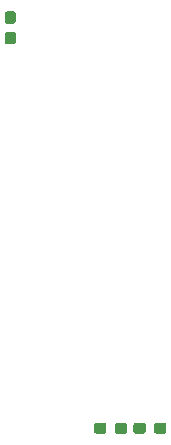
<source format=gbr>
G04 #@! TF.GenerationSoftware,KiCad,Pcbnew,(5.0.2)-1*
G04 #@! TF.CreationDate,2019-02-28T21:58:43-06:00*
G04 #@! TF.ProjectId,ATMEGABootloader_Hardware,41544d45-4741-4426-9f6f-746c6f616465,rev?*
G04 #@! TF.SameCoordinates,Original*
G04 #@! TF.FileFunction,Paste,Top*
G04 #@! TF.FilePolarity,Positive*
%FSLAX46Y46*%
G04 Gerber Fmt 4.6, Leading zero omitted, Abs format (unit mm)*
G04 Created by KiCad (PCBNEW (5.0.2)-1) date 2/28/2019 9:58:43 PM*
%MOMM*%
%LPD*%
G01*
G04 APERTURE LIST*
%ADD10C,0.100000*%
%ADD11C,0.950000*%
G04 APERTURE END LIST*
D10*
G04 #@! TO.C,C1*
G36*
X182400779Y-113826144D02*
X182423834Y-113829563D01*
X182446443Y-113835227D01*
X182468387Y-113843079D01*
X182489457Y-113853044D01*
X182509448Y-113865026D01*
X182528168Y-113878910D01*
X182545438Y-113894562D01*
X182561090Y-113911832D01*
X182574974Y-113930552D01*
X182586956Y-113950543D01*
X182596921Y-113971613D01*
X182604773Y-113993557D01*
X182610437Y-114016166D01*
X182613856Y-114039221D01*
X182615000Y-114062500D01*
X182615000Y-114537500D01*
X182613856Y-114560779D01*
X182610437Y-114583834D01*
X182604773Y-114606443D01*
X182596921Y-114628387D01*
X182586956Y-114649457D01*
X182574974Y-114669448D01*
X182561090Y-114688168D01*
X182545438Y-114705438D01*
X182528168Y-114721090D01*
X182509448Y-114734974D01*
X182489457Y-114746956D01*
X182468387Y-114756921D01*
X182446443Y-114764773D01*
X182423834Y-114770437D01*
X182400779Y-114773856D01*
X182377500Y-114775000D01*
X181802500Y-114775000D01*
X181779221Y-114773856D01*
X181756166Y-114770437D01*
X181733557Y-114764773D01*
X181711613Y-114756921D01*
X181690543Y-114746956D01*
X181670552Y-114734974D01*
X181651832Y-114721090D01*
X181634562Y-114705438D01*
X181618910Y-114688168D01*
X181605026Y-114669448D01*
X181593044Y-114649457D01*
X181583079Y-114628387D01*
X181575227Y-114606443D01*
X181569563Y-114583834D01*
X181566144Y-114560779D01*
X181565000Y-114537500D01*
X181565000Y-114062500D01*
X181566144Y-114039221D01*
X181569563Y-114016166D01*
X181575227Y-113993557D01*
X181583079Y-113971613D01*
X181593044Y-113950543D01*
X181605026Y-113930552D01*
X181618910Y-113911832D01*
X181634562Y-113894562D01*
X181651832Y-113878910D01*
X181670552Y-113865026D01*
X181690543Y-113853044D01*
X181711613Y-113843079D01*
X181733557Y-113835227D01*
X181756166Y-113829563D01*
X181779221Y-113826144D01*
X181802500Y-113825000D01*
X182377500Y-113825000D01*
X182400779Y-113826144D01*
X182400779Y-113826144D01*
G37*
D11*
X182090000Y-114300000D03*
D10*
G36*
X180650779Y-113826144D02*
X180673834Y-113829563D01*
X180696443Y-113835227D01*
X180718387Y-113843079D01*
X180739457Y-113853044D01*
X180759448Y-113865026D01*
X180778168Y-113878910D01*
X180795438Y-113894562D01*
X180811090Y-113911832D01*
X180824974Y-113930552D01*
X180836956Y-113950543D01*
X180846921Y-113971613D01*
X180854773Y-113993557D01*
X180860437Y-114016166D01*
X180863856Y-114039221D01*
X180865000Y-114062500D01*
X180865000Y-114537500D01*
X180863856Y-114560779D01*
X180860437Y-114583834D01*
X180854773Y-114606443D01*
X180846921Y-114628387D01*
X180836956Y-114649457D01*
X180824974Y-114669448D01*
X180811090Y-114688168D01*
X180795438Y-114705438D01*
X180778168Y-114721090D01*
X180759448Y-114734974D01*
X180739457Y-114746956D01*
X180718387Y-114756921D01*
X180696443Y-114764773D01*
X180673834Y-114770437D01*
X180650779Y-114773856D01*
X180627500Y-114775000D01*
X180052500Y-114775000D01*
X180029221Y-114773856D01*
X180006166Y-114770437D01*
X179983557Y-114764773D01*
X179961613Y-114756921D01*
X179940543Y-114746956D01*
X179920552Y-114734974D01*
X179901832Y-114721090D01*
X179884562Y-114705438D01*
X179868910Y-114688168D01*
X179855026Y-114669448D01*
X179843044Y-114649457D01*
X179833079Y-114628387D01*
X179825227Y-114606443D01*
X179819563Y-114583834D01*
X179816144Y-114560779D01*
X179815000Y-114537500D01*
X179815000Y-114062500D01*
X179816144Y-114039221D01*
X179819563Y-114016166D01*
X179825227Y-113993557D01*
X179833079Y-113971613D01*
X179843044Y-113950543D01*
X179855026Y-113930552D01*
X179868910Y-113911832D01*
X179884562Y-113894562D01*
X179901832Y-113878910D01*
X179920552Y-113865026D01*
X179940543Y-113853044D01*
X179961613Y-113843079D01*
X179983557Y-113835227D01*
X180006166Y-113829563D01*
X180029221Y-113826144D01*
X180052500Y-113825000D01*
X180627500Y-113825000D01*
X180650779Y-113826144D01*
X180650779Y-113826144D01*
G37*
D11*
X180340000Y-114300000D03*
G04 #@! TD*
D10*
G04 #@! TO.C,C2*
G36*
X185730779Y-113826144D02*
X185753834Y-113829563D01*
X185776443Y-113835227D01*
X185798387Y-113843079D01*
X185819457Y-113853044D01*
X185839448Y-113865026D01*
X185858168Y-113878910D01*
X185875438Y-113894562D01*
X185891090Y-113911832D01*
X185904974Y-113930552D01*
X185916956Y-113950543D01*
X185926921Y-113971613D01*
X185934773Y-113993557D01*
X185940437Y-114016166D01*
X185943856Y-114039221D01*
X185945000Y-114062500D01*
X185945000Y-114537500D01*
X185943856Y-114560779D01*
X185940437Y-114583834D01*
X185934773Y-114606443D01*
X185926921Y-114628387D01*
X185916956Y-114649457D01*
X185904974Y-114669448D01*
X185891090Y-114688168D01*
X185875438Y-114705438D01*
X185858168Y-114721090D01*
X185839448Y-114734974D01*
X185819457Y-114746956D01*
X185798387Y-114756921D01*
X185776443Y-114764773D01*
X185753834Y-114770437D01*
X185730779Y-114773856D01*
X185707500Y-114775000D01*
X185132500Y-114775000D01*
X185109221Y-114773856D01*
X185086166Y-114770437D01*
X185063557Y-114764773D01*
X185041613Y-114756921D01*
X185020543Y-114746956D01*
X185000552Y-114734974D01*
X184981832Y-114721090D01*
X184964562Y-114705438D01*
X184948910Y-114688168D01*
X184935026Y-114669448D01*
X184923044Y-114649457D01*
X184913079Y-114628387D01*
X184905227Y-114606443D01*
X184899563Y-114583834D01*
X184896144Y-114560779D01*
X184895000Y-114537500D01*
X184895000Y-114062500D01*
X184896144Y-114039221D01*
X184899563Y-114016166D01*
X184905227Y-113993557D01*
X184913079Y-113971613D01*
X184923044Y-113950543D01*
X184935026Y-113930552D01*
X184948910Y-113911832D01*
X184964562Y-113894562D01*
X184981832Y-113878910D01*
X185000552Y-113865026D01*
X185020543Y-113853044D01*
X185041613Y-113843079D01*
X185063557Y-113835227D01*
X185086166Y-113829563D01*
X185109221Y-113826144D01*
X185132500Y-113825000D01*
X185707500Y-113825000D01*
X185730779Y-113826144D01*
X185730779Y-113826144D01*
G37*
D11*
X185420000Y-114300000D03*
D10*
G36*
X183980779Y-113826144D02*
X184003834Y-113829563D01*
X184026443Y-113835227D01*
X184048387Y-113843079D01*
X184069457Y-113853044D01*
X184089448Y-113865026D01*
X184108168Y-113878910D01*
X184125438Y-113894562D01*
X184141090Y-113911832D01*
X184154974Y-113930552D01*
X184166956Y-113950543D01*
X184176921Y-113971613D01*
X184184773Y-113993557D01*
X184190437Y-114016166D01*
X184193856Y-114039221D01*
X184195000Y-114062500D01*
X184195000Y-114537500D01*
X184193856Y-114560779D01*
X184190437Y-114583834D01*
X184184773Y-114606443D01*
X184176921Y-114628387D01*
X184166956Y-114649457D01*
X184154974Y-114669448D01*
X184141090Y-114688168D01*
X184125438Y-114705438D01*
X184108168Y-114721090D01*
X184089448Y-114734974D01*
X184069457Y-114746956D01*
X184048387Y-114756921D01*
X184026443Y-114764773D01*
X184003834Y-114770437D01*
X183980779Y-114773856D01*
X183957500Y-114775000D01*
X183382500Y-114775000D01*
X183359221Y-114773856D01*
X183336166Y-114770437D01*
X183313557Y-114764773D01*
X183291613Y-114756921D01*
X183270543Y-114746956D01*
X183250552Y-114734974D01*
X183231832Y-114721090D01*
X183214562Y-114705438D01*
X183198910Y-114688168D01*
X183185026Y-114669448D01*
X183173044Y-114649457D01*
X183163079Y-114628387D01*
X183155227Y-114606443D01*
X183149563Y-114583834D01*
X183146144Y-114560779D01*
X183145000Y-114537500D01*
X183145000Y-114062500D01*
X183146144Y-114039221D01*
X183149563Y-114016166D01*
X183155227Y-113993557D01*
X183163079Y-113971613D01*
X183173044Y-113950543D01*
X183185026Y-113930552D01*
X183198910Y-113911832D01*
X183214562Y-113894562D01*
X183231832Y-113878910D01*
X183250552Y-113865026D01*
X183270543Y-113853044D01*
X183291613Y-113843079D01*
X183313557Y-113835227D01*
X183336166Y-113829563D01*
X183359221Y-113826144D01*
X183382500Y-113825000D01*
X183957500Y-113825000D01*
X183980779Y-113826144D01*
X183980779Y-113826144D01*
G37*
D11*
X183670000Y-114300000D03*
G04 #@! TD*
D10*
G04 #@! TO.C,R1*
G36*
X172980779Y-80756144D02*
X173003834Y-80759563D01*
X173026443Y-80765227D01*
X173048387Y-80773079D01*
X173069457Y-80783044D01*
X173089448Y-80795026D01*
X173108168Y-80808910D01*
X173125438Y-80824562D01*
X173141090Y-80841832D01*
X173154974Y-80860552D01*
X173166956Y-80880543D01*
X173176921Y-80901613D01*
X173184773Y-80923557D01*
X173190437Y-80946166D01*
X173193856Y-80969221D01*
X173195000Y-80992500D01*
X173195000Y-81567500D01*
X173193856Y-81590779D01*
X173190437Y-81613834D01*
X173184773Y-81636443D01*
X173176921Y-81658387D01*
X173166956Y-81679457D01*
X173154974Y-81699448D01*
X173141090Y-81718168D01*
X173125438Y-81735438D01*
X173108168Y-81751090D01*
X173089448Y-81764974D01*
X173069457Y-81776956D01*
X173048387Y-81786921D01*
X173026443Y-81794773D01*
X173003834Y-81800437D01*
X172980779Y-81803856D01*
X172957500Y-81805000D01*
X172482500Y-81805000D01*
X172459221Y-81803856D01*
X172436166Y-81800437D01*
X172413557Y-81794773D01*
X172391613Y-81786921D01*
X172370543Y-81776956D01*
X172350552Y-81764974D01*
X172331832Y-81751090D01*
X172314562Y-81735438D01*
X172298910Y-81718168D01*
X172285026Y-81699448D01*
X172273044Y-81679457D01*
X172263079Y-81658387D01*
X172255227Y-81636443D01*
X172249563Y-81613834D01*
X172246144Y-81590779D01*
X172245000Y-81567500D01*
X172245000Y-80992500D01*
X172246144Y-80969221D01*
X172249563Y-80946166D01*
X172255227Y-80923557D01*
X172263079Y-80901613D01*
X172273044Y-80880543D01*
X172285026Y-80860552D01*
X172298910Y-80841832D01*
X172314562Y-80824562D01*
X172331832Y-80808910D01*
X172350552Y-80795026D01*
X172370543Y-80783044D01*
X172391613Y-80773079D01*
X172413557Y-80765227D01*
X172436166Y-80759563D01*
X172459221Y-80756144D01*
X172482500Y-80755000D01*
X172957500Y-80755000D01*
X172980779Y-80756144D01*
X172980779Y-80756144D01*
G37*
D11*
X172720000Y-81280000D03*
D10*
G36*
X172980779Y-79006144D02*
X173003834Y-79009563D01*
X173026443Y-79015227D01*
X173048387Y-79023079D01*
X173069457Y-79033044D01*
X173089448Y-79045026D01*
X173108168Y-79058910D01*
X173125438Y-79074562D01*
X173141090Y-79091832D01*
X173154974Y-79110552D01*
X173166956Y-79130543D01*
X173176921Y-79151613D01*
X173184773Y-79173557D01*
X173190437Y-79196166D01*
X173193856Y-79219221D01*
X173195000Y-79242500D01*
X173195000Y-79817500D01*
X173193856Y-79840779D01*
X173190437Y-79863834D01*
X173184773Y-79886443D01*
X173176921Y-79908387D01*
X173166956Y-79929457D01*
X173154974Y-79949448D01*
X173141090Y-79968168D01*
X173125438Y-79985438D01*
X173108168Y-80001090D01*
X173089448Y-80014974D01*
X173069457Y-80026956D01*
X173048387Y-80036921D01*
X173026443Y-80044773D01*
X173003834Y-80050437D01*
X172980779Y-80053856D01*
X172957500Y-80055000D01*
X172482500Y-80055000D01*
X172459221Y-80053856D01*
X172436166Y-80050437D01*
X172413557Y-80044773D01*
X172391613Y-80036921D01*
X172370543Y-80026956D01*
X172350552Y-80014974D01*
X172331832Y-80001090D01*
X172314562Y-79985438D01*
X172298910Y-79968168D01*
X172285026Y-79949448D01*
X172273044Y-79929457D01*
X172263079Y-79908387D01*
X172255227Y-79886443D01*
X172249563Y-79863834D01*
X172246144Y-79840779D01*
X172245000Y-79817500D01*
X172245000Y-79242500D01*
X172246144Y-79219221D01*
X172249563Y-79196166D01*
X172255227Y-79173557D01*
X172263079Y-79151613D01*
X172273044Y-79130543D01*
X172285026Y-79110552D01*
X172298910Y-79091832D01*
X172314562Y-79074562D01*
X172331832Y-79058910D01*
X172350552Y-79045026D01*
X172370543Y-79033044D01*
X172391613Y-79023079D01*
X172413557Y-79015227D01*
X172436166Y-79009563D01*
X172459221Y-79006144D01*
X172482500Y-79005000D01*
X172957500Y-79005000D01*
X172980779Y-79006144D01*
X172980779Y-79006144D01*
G37*
D11*
X172720000Y-79530000D03*
G04 #@! TD*
M02*

</source>
